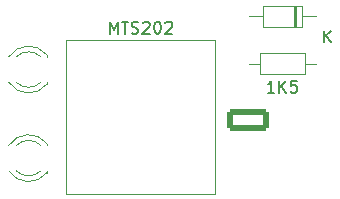
<source format=gbr>
%TF.GenerationSoftware,KiCad,Pcbnew,8.0.2*%
%TF.CreationDate,2024-12-24T23:24:08+01:00*%
%TF.ProjectId,PointControl,506f696e-7443-46f6-9e74-726f6c2e6b69,rev?*%
%TF.SameCoordinates,Original*%
%TF.FileFunction,Legend,Top*%
%TF.FilePolarity,Positive*%
%FSLAX46Y46*%
G04 Gerber Fmt 4.6, Leading zero omitted, Abs format (unit mm)*
G04 Created by KiCad (PCBNEW 8.0.2) date 2024-12-24 23:24:08*
%MOMM*%
%LPD*%
G01*
G04 APERTURE LIST*
G04 Aperture macros list*
%AMRoundRect*
0 Rectangle with rounded corners*
0 $1 Rounding radius*
0 $2 $3 $4 $5 $6 $7 $8 $9 X,Y pos of 4 corners*
0 Add a 4 corners polygon primitive as box body*
4,1,4,$2,$3,$4,$5,$6,$7,$8,$9,$2,$3,0*
0 Add four circle primitives for the rounded corners*
1,1,$1+$1,$2,$3*
1,1,$1+$1,$4,$5*
1,1,$1+$1,$6,$7*
1,1,$1+$1,$8,$9*
0 Add four rect primitives between the rounded corners*
20,1,$1+$1,$2,$3,$4,$5,0*
20,1,$1+$1,$4,$5,$6,$7,0*
20,1,$1+$1,$6,$7,$8,$9,0*
20,1,$1+$1,$8,$9,$2,$3,0*%
G04 Aperture macros list end*
%ADD10C,0.150000*%
%ADD11C,0.120000*%
%ADD12R,1.800000X1.800000*%
%ADD13C,1.800000*%
%ADD14C,1.400000*%
%ADD15O,1.400000X1.400000*%
%ADD16O,3.700000X2.000000*%
%ADD17R,1.500000X1.500000*%
%ADD18O,1.500000X1.500000*%
%ADD19RoundRect,0.250000X-1.550000X0.650000X-1.550000X-0.650000X1.550000X-0.650000X1.550000X0.650000X0*%
%ADD20O,3.600000X1.800000*%
%ADD21RoundRect,0.250000X1.550000X-0.650000X1.550000X0.650000X-1.550000X0.650000X-1.550000X-0.650000X0*%
%ADD22RoundRect,0.250000X-0.650000X-1.550000X0.650000X-1.550000X0.650000X1.550000X-0.650000X1.550000X0*%
%ADD23O,1.800000X3.600000*%
G04 APERTURE END LIST*
D10*
X169809523Y-91454819D02*
X169238095Y-91454819D01*
X169523809Y-91454819D02*
X169523809Y-90454819D01*
X169523809Y-90454819D02*
X169428571Y-90597676D01*
X169428571Y-90597676D02*
X169333333Y-90692914D01*
X169333333Y-90692914D02*
X169238095Y-90740533D01*
X170238095Y-91454819D02*
X170238095Y-90454819D01*
X170809523Y-91454819D02*
X170380952Y-90883390D01*
X170809523Y-90454819D02*
X170238095Y-91026247D01*
X171714285Y-90454819D02*
X171238095Y-90454819D01*
X171238095Y-90454819D02*
X171190476Y-90931009D01*
X171190476Y-90931009D02*
X171238095Y-90883390D01*
X171238095Y-90883390D02*
X171333333Y-90835771D01*
X171333333Y-90835771D02*
X171571428Y-90835771D01*
X171571428Y-90835771D02*
X171666666Y-90883390D01*
X171666666Y-90883390D02*
X171714285Y-90931009D01*
X171714285Y-90931009D02*
X171761904Y-91026247D01*
X171761904Y-91026247D02*
X171761904Y-91264342D01*
X171761904Y-91264342D02*
X171714285Y-91359580D01*
X171714285Y-91359580D02*
X171666666Y-91407200D01*
X171666666Y-91407200D02*
X171571428Y-91454819D01*
X171571428Y-91454819D02*
X171333333Y-91454819D01*
X171333333Y-91454819D02*
X171238095Y-91407200D01*
X171238095Y-91407200D02*
X171190476Y-91359580D01*
X155880952Y-86454819D02*
X155880952Y-85454819D01*
X155880952Y-85454819D02*
X156214285Y-86169104D01*
X156214285Y-86169104D02*
X156547618Y-85454819D01*
X156547618Y-85454819D02*
X156547618Y-86454819D01*
X156880952Y-85454819D02*
X157452380Y-85454819D01*
X157166666Y-86454819D02*
X157166666Y-85454819D01*
X157738095Y-86407200D02*
X157880952Y-86454819D01*
X157880952Y-86454819D02*
X158119047Y-86454819D01*
X158119047Y-86454819D02*
X158214285Y-86407200D01*
X158214285Y-86407200D02*
X158261904Y-86359580D01*
X158261904Y-86359580D02*
X158309523Y-86264342D01*
X158309523Y-86264342D02*
X158309523Y-86169104D01*
X158309523Y-86169104D02*
X158261904Y-86073866D01*
X158261904Y-86073866D02*
X158214285Y-86026247D01*
X158214285Y-86026247D02*
X158119047Y-85978628D01*
X158119047Y-85978628D02*
X157928571Y-85931009D01*
X157928571Y-85931009D02*
X157833333Y-85883390D01*
X157833333Y-85883390D02*
X157785714Y-85835771D01*
X157785714Y-85835771D02*
X157738095Y-85740533D01*
X157738095Y-85740533D02*
X157738095Y-85645295D01*
X157738095Y-85645295D02*
X157785714Y-85550057D01*
X157785714Y-85550057D02*
X157833333Y-85502438D01*
X157833333Y-85502438D02*
X157928571Y-85454819D01*
X157928571Y-85454819D02*
X158166666Y-85454819D01*
X158166666Y-85454819D02*
X158309523Y-85502438D01*
X158690476Y-85550057D02*
X158738095Y-85502438D01*
X158738095Y-85502438D02*
X158833333Y-85454819D01*
X158833333Y-85454819D02*
X159071428Y-85454819D01*
X159071428Y-85454819D02*
X159166666Y-85502438D01*
X159166666Y-85502438D02*
X159214285Y-85550057D01*
X159214285Y-85550057D02*
X159261904Y-85645295D01*
X159261904Y-85645295D02*
X159261904Y-85740533D01*
X159261904Y-85740533D02*
X159214285Y-85883390D01*
X159214285Y-85883390D02*
X158642857Y-86454819D01*
X158642857Y-86454819D02*
X159261904Y-86454819D01*
X159880952Y-85454819D02*
X159976190Y-85454819D01*
X159976190Y-85454819D02*
X160071428Y-85502438D01*
X160071428Y-85502438D02*
X160119047Y-85550057D01*
X160119047Y-85550057D02*
X160166666Y-85645295D01*
X160166666Y-85645295D02*
X160214285Y-85835771D01*
X160214285Y-85835771D02*
X160214285Y-86073866D01*
X160214285Y-86073866D02*
X160166666Y-86264342D01*
X160166666Y-86264342D02*
X160119047Y-86359580D01*
X160119047Y-86359580D02*
X160071428Y-86407200D01*
X160071428Y-86407200D02*
X159976190Y-86454819D01*
X159976190Y-86454819D02*
X159880952Y-86454819D01*
X159880952Y-86454819D02*
X159785714Y-86407200D01*
X159785714Y-86407200D02*
X159738095Y-86359580D01*
X159738095Y-86359580D02*
X159690476Y-86264342D01*
X159690476Y-86264342D02*
X159642857Y-86073866D01*
X159642857Y-86073866D02*
X159642857Y-85835771D01*
X159642857Y-85835771D02*
X159690476Y-85645295D01*
X159690476Y-85645295D02*
X159738095Y-85550057D01*
X159738095Y-85550057D02*
X159785714Y-85502438D01*
X159785714Y-85502438D02*
X159880952Y-85454819D01*
X160595238Y-85550057D02*
X160642857Y-85502438D01*
X160642857Y-85502438D02*
X160738095Y-85454819D01*
X160738095Y-85454819D02*
X160976190Y-85454819D01*
X160976190Y-85454819D02*
X161071428Y-85502438D01*
X161071428Y-85502438D02*
X161119047Y-85550057D01*
X161119047Y-85550057D02*
X161166666Y-85645295D01*
X161166666Y-85645295D02*
X161166666Y-85740533D01*
X161166666Y-85740533D02*
X161119047Y-85883390D01*
X161119047Y-85883390D02*
X160547619Y-86454819D01*
X160547619Y-86454819D02*
X161166666Y-86454819D01*
X174053095Y-87204819D02*
X174053095Y-86204819D01*
X174624523Y-87204819D02*
X174195952Y-86633390D01*
X174624523Y-86204819D02*
X174053095Y-86776247D01*
D11*
%TO.C,D2*%
X150565000Y-88420000D02*
X150565000Y-88264000D01*
X150565000Y-90736000D02*
X150565000Y-90580000D01*
X147332665Y-88421392D02*
G75*
G02*
X150565000Y-88264484I1672335J-1078608D01*
G01*
X147963870Y-88420163D02*
G75*
G02*
X150045961Y-88420000I1041130J-1079837D01*
G01*
X150045961Y-90580000D02*
G75*
G02*
X147963870Y-90579837I-1040961J1080000D01*
G01*
X150565000Y-90735516D02*
G75*
G02*
X147332665Y-90578608I-1560000J1235516D01*
G01*
%TO.C,R1*%
X167630000Y-89000000D02*
X168580000Y-89000000D01*
X168580000Y-88080000D02*
X168580000Y-89920000D01*
X168580000Y-89920000D02*
X172420000Y-89920000D01*
X172420000Y-88080000D02*
X168580000Y-88080000D01*
X172420000Y-89920000D02*
X172420000Y-88080000D01*
X173370000Y-89000000D02*
X172420000Y-89000000D01*
%TO.C,SW1*%
X152200000Y-100000000D02*
X164800000Y-100000000D01*
X164800000Y-87000000D01*
X152200000Y-87000000D01*
X152200000Y-100000000D01*
%TO.C,D3*%
X167685000Y-85000000D02*
X168865000Y-85000000D01*
X168865000Y-84080000D02*
X168865000Y-85920000D01*
X168865000Y-85920000D02*
X172145000Y-85920000D01*
X171449000Y-85920000D02*
X171449000Y-84080000D01*
X171569000Y-85920000D02*
X171569000Y-84080000D01*
X171689000Y-85920000D02*
X171689000Y-84080000D01*
X172145000Y-84080000D02*
X168865000Y-84080000D01*
X172145000Y-85920000D02*
X172145000Y-84080000D01*
X173325000Y-85000000D02*
X172145000Y-85000000D01*
%TO.C,D1*%
X150565000Y-95920000D02*
X150565000Y-95764000D01*
X150565000Y-98236000D02*
X150565000Y-98080000D01*
X147332665Y-95921392D02*
G75*
G02*
X150565000Y-95764484I1672335J-1078608D01*
G01*
X147963870Y-95920163D02*
G75*
G02*
X150045961Y-95920000I1041130J-1079837D01*
G01*
X150045961Y-98080000D02*
G75*
G02*
X147963870Y-98079837I-1040961J1080000D01*
G01*
X150565000Y-98235516D02*
G75*
G02*
X147332665Y-98078608I-1560000J1235516D01*
G01*
%TD*%
%LPC*%
D12*
%TO.C,D2*%
X150275000Y-89500000D03*
D13*
X147735000Y-89500000D03*
%TD*%
D14*
%TO.C,R1*%
X166690000Y-89000000D03*
D15*
X174310000Y-89000000D03*
%TD*%
D16*
%TO.C,SW1*%
X156100000Y-98300000D03*
X156100000Y-93600000D03*
X156100000Y-88900000D03*
X160900000Y-98300000D03*
X160900000Y-93600000D03*
X160900000Y-88900000D03*
%TD*%
D17*
%TO.C,D3*%
X174315000Y-85000000D03*
D18*
X166695000Y-85000000D03*
%TD*%
D12*
%TO.C,D1*%
X150275000Y-97000000D03*
D13*
X147735000Y-97000000D03*
%TD*%
D19*
%TO.C,J3*%
X167567500Y-93805000D03*
D20*
X167567500Y-97305000D03*
%TD*%
D21*
%TO.C,J1*%
X143932500Y-97195000D03*
D20*
X143932500Y-93695000D03*
%TD*%
D22*
%TO.C,J2*%
X155000000Y-81500000D03*
D23*
X158500000Y-81500000D03*
X162000000Y-81500000D03*
%TD*%
%LPD*%
M02*

</source>
